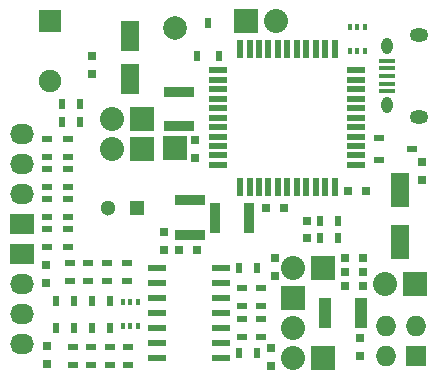
<source format=gbr>
G04 #@! TF.FileFunction,Soldermask,Top*
%FSLAX46Y46*%
G04 Gerber Fmt 4.6, Leading zero omitted, Abs format (unit mm)*
G04 Created by KiCad (PCBNEW 4.0.1-stable) date 07/06/2016 1:51:26 PM*
%MOMM*%
G01*
G04 APERTURE LIST*
%ADD10C,0.100000*%
%ADD11R,1.727200X1.727200*%
%ADD12O,1.727200X1.727200*%
%ADD13R,2.032000X2.032000*%
%ADD14O,2.032000X2.032000*%
%ADD15R,1.600000X0.560000*%
%ADD16R,0.560000X1.600000*%
%ADD17R,1.600200X2.999740*%
%ADD18R,0.750000X0.800000*%
%ADD19R,0.800000X0.750000*%
%ADD20C,1.300000*%
%ADD21R,1.300000X1.300000*%
%ADD22C,1.998980*%
%ADD23R,1.998980X1.998980*%
%ADD24R,1.905000X1.905000*%
%ADD25C,1.905000*%
%ADD26R,0.900000X2.500000*%
%ADD27R,2.500000X0.900000*%
%ADD28R,2.032000X1.727200*%
%ADD29O,2.032000X1.727200*%
%ADD30R,0.600000X0.900000*%
%ADD31R,0.900000X0.500000*%
%ADD32R,0.500000X0.900000*%
%ADD33R,0.900000X0.600000*%
%ADD34R,1.500000X0.600000*%
%ADD35R,0.304800X0.508000*%
%ADD36R,1.600200X2.600960*%
%ADD37R,1.000000X2.500000*%
%ADD38R,1.350000X0.400000*%
%ADD39O,0.950000X1.400000*%
%ADD40O,1.550000X1.200000*%
G04 APERTURE END LIST*
D10*
D11*
X113795000Y-124307600D03*
D12*
X111255000Y-124307600D03*
X113795000Y-121767600D03*
X111255000Y-121767600D03*
D13*
X103378000Y-119380000D03*
D14*
X103378000Y-121920000D03*
D15*
X108720000Y-108140000D03*
X108720000Y-107340000D03*
X108720000Y-106540000D03*
X108720000Y-105740000D03*
X108720000Y-104940000D03*
X108720000Y-104140000D03*
X108720000Y-103340000D03*
X108720000Y-102540000D03*
X108720000Y-101740000D03*
X108720000Y-100940000D03*
X108720000Y-100140000D03*
D16*
X106870000Y-98290000D03*
X106070000Y-98290000D03*
X105270000Y-98290000D03*
X104470000Y-98290000D03*
X103670000Y-98290000D03*
X102870000Y-98290000D03*
X102070000Y-98290000D03*
X101270000Y-98290000D03*
X100470000Y-98290000D03*
X99670000Y-98290000D03*
X98870000Y-98290000D03*
D15*
X97020000Y-100140000D03*
X97020000Y-100940000D03*
X97020000Y-101740000D03*
X97020000Y-102540000D03*
X97020000Y-103340000D03*
X97020000Y-104140000D03*
X97020000Y-104940000D03*
X97020000Y-105740000D03*
X97020000Y-106540000D03*
X97020000Y-107340000D03*
X97020000Y-108140000D03*
D16*
X98870000Y-109990000D03*
X99670000Y-109990000D03*
X100470000Y-109990000D03*
X101270000Y-109990000D03*
X102070000Y-109990000D03*
X102870000Y-109990000D03*
X103670000Y-109990000D03*
X104470000Y-109990000D03*
X105270000Y-109990000D03*
X106070000Y-109990000D03*
X106870000Y-109990000D03*
D17*
X112448800Y-114696240D03*
X112448800Y-110296960D03*
D13*
X113706100Y-118224300D03*
D14*
X111166100Y-118224300D03*
D18*
X101523800Y-123684600D03*
X101523800Y-125184600D03*
X101803200Y-117539200D03*
X101803200Y-116039200D03*
X114303000Y-107936600D03*
X114303000Y-109436600D03*
D19*
X109538200Y-110312200D03*
X108038200Y-110312200D03*
D18*
X104521000Y-114351500D03*
X104521000Y-112851500D03*
D19*
X95238000Y-115316000D03*
X93738000Y-115316000D03*
X102604000Y-111760000D03*
X101104000Y-111760000D03*
D18*
X86360000Y-98945000D03*
X86360000Y-100445000D03*
X95059500Y-107557000D03*
X95059500Y-106057000D03*
X82423000Y-118098000D03*
X82423000Y-116598000D03*
X82550000Y-124956000D03*
X82550000Y-123456000D03*
D20*
X87670000Y-111760000D03*
D21*
X90170000Y-111760000D03*
D18*
X92456000Y-113804000D03*
X92456000Y-115304000D03*
D22*
X93342460Y-96520000D03*
D23*
X93342460Y-106680000D03*
D24*
X82753200Y-95973900D03*
D25*
X82753200Y-101053900D03*
D26*
X96721000Y-112649000D03*
X99621000Y-112649000D03*
D27*
X94592600Y-114048200D03*
X94592600Y-111148200D03*
D13*
X105918000Y-124460000D03*
D14*
X103378000Y-124460000D03*
D28*
X80444800Y-113157000D03*
D29*
X80444800Y-110617000D03*
X80444800Y-108077000D03*
X80444800Y-105537000D03*
D13*
X105918000Y-116840000D03*
D14*
X103378000Y-116840000D03*
D28*
X80444800Y-115697000D03*
D29*
X80444800Y-118237000D03*
X80444800Y-120777000D03*
X80444800Y-123317000D03*
D30*
X96139000Y-96136000D03*
X97089000Y-98936000D03*
X95189000Y-98936000D03*
D31*
X99060000Y-122670000D03*
X99060000Y-121170000D03*
X99060000Y-118566500D03*
X99060000Y-120066500D03*
X100647500Y-122670000D03*
X100647500Y-121170000D03*
X100647500Y-120066500D03*
X100647500Y-118566500D03*
D32*
X105676000Y-114300000D03*
X107176000Y-114300000D03*
X105676000Y-112903000D03*
X107176000Y-112903000D03*
D31*
X82550000Y-105930000D03*
X82550000Y-107430000D03*
X82550000Y-108470000D03*
X82550000Y-109970000D03*
X82550000Y-111010000D03*
X82550000Y-112510000D03*
X82550000Y-113550000D03*
X82550000Y-115050000D03*
X84328000Y-107430000D03*
X84328000Y-105930000D03*
X84328000Y-109970000D03*
X84328000Y-108470000D03*
X84328000Y-112510000D03*
X84328000Y-111010000D03*
X84328000Y-115050000D03*
X84328000Y-113550000D03*
X89395300Y-123570300D03*
X89395300Y-125070300D03*
X87871300Y-123570300D03*
X87871300Y-125070300D03*
X89281000Y-117971000D03*
X89281000Y-116471000D03*
X87630000Y-117971000D03*
X87630000Y-116471000D03*
D32*
X86372000Y-119634000D03*
X87872000Y-119634000D03*
X86372000Y-121920000D03*
X87872000Y-121920000D03*
X98818000Y-124079000D03*
X100318000Y-124079000D03*
D31*
X84455000Y-117971000D03*
X84455000Y-116471000D03*
X84709000Y-123583000D03*
X84709000Y-125083000D03*
D32*
X83324000Y-119634000D03*
X84824000Y-119634000D03*
X83324000Y-121920000D03*
X84824000Y-121920000D03*
X85332000Y-102946200D03*
X83832000Y-102946200D03*
X83832000Y-104546400D03*
X85332000Y-104546400D03*
X100318000Y-116840000D03*
X98818000Y-116840000D03*
D31*
X85979000Y-116471000D03*
X85979000Y-117971000D03*
X86233000Y-123583000D03*
X86233000Y-125083000D03*
D33*
X113464800Y-106807000D03*
X110664800Y-107757000D03*
X110664800Y-105857000D03*
D34*
X97213400Y-124485400D03*
X97213400Y-123215400D03*
X97213400Y-121945400D03*
X97213400Y-120675400D03*
X97213400Y-119405400D03*
X97213400Y-118135400D03*
X97213400Y-116865400D03*
X91813400Y-116865400D03*
X91813400Y-118135400D03*
X91813400Y-119405400D03*
X91813400Y-120675400D03*
X91813400Y-121945400D03*
X91813400Y-123215400D03*
X91813400Y-124485400D03*
D35*
X90195400Y-119710200D03*
X88925400Y-119710200D03*
X90195400Y-121742200D03*
X89560400Y-119710200D03*
X88925400Y-121742200D03*
X89560400Y-121742200D03*
X108140500Y-98488500D03*
X109410500Y-98488500D03*
X108140500Y-96456500D03*
X108775500Y-98488500D03*
X109410500Y-96456500D03*
X108775500Y-96456500D03*
D36*
X89535000Y-97259140D03*
X89535000Y-100860860D03*
D13*
X90604800Y-106807000D03*
D14*
X88064800Y-106807000D03*
D13*
X90604800Y-104267000D03*
D14*
X88064800Y-104267000D03*
D27*
X93703600Y-101953400D03*
X93703600Y-104853400D03*
D13*
X99339400Y-95935800D03*
D14*
X101879400Y-95935800D03*
D19*
X107746100Y-116039900D03*
X109246100Y-116039900D03*
X107746100Y-117195600D03*
X109246100Y-117195600D03*
X107758800Y-118351300D03*
X109258800Y-118351300D03*
D18*
X109054900Y-124321000D03*
X109054900Y-122821000D03*
D37*
X106094400Y-120650000D03*
X109094400Y-120650000D03*
D38*
X111340460Y-101910300D03*
X111340460Y-101260300D03*
X111340460Y-100610300D03*
X111340460Y-99960300D03*
X111340460Y-99310300D03*
D39*
X111340460Y-103110300D03*
X111340460Y-98110300D03*
D40*
X114040460Y-104110300D03*
X114040460Y-97110300D03*
M02*

</source>
